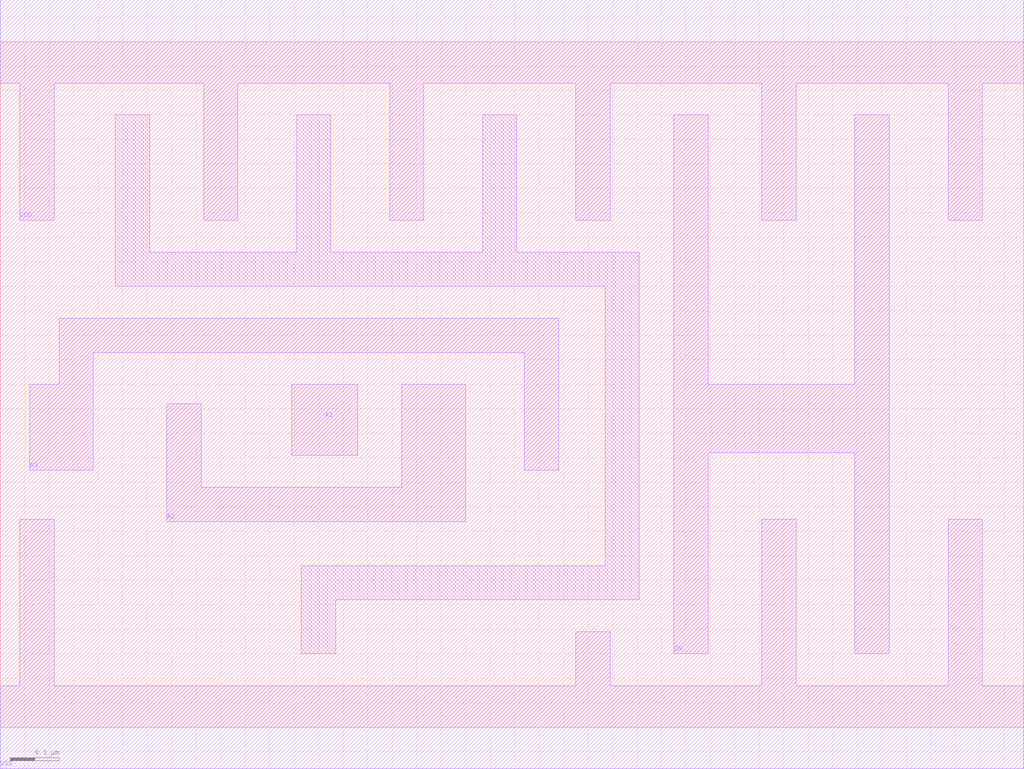
<source format=lef>
# 
# ******************************************************************************
# *                                                                            *
# *                   Copyright (C) 2004-2010, Nangate Inc.                    *
# *                           All rights reserved.                             *
# *                                                                            *
# * Nangate and the Nangate logo are trademarks of Nangate Inc.                *
# *                                                                            *
# * All trademarks, logos, software marks, and trade names (collectively the   *
# * "Marks") in this program are proprietary to Nangate or other respective    *
# * owners that have granted Nangate the right and license to use such Marks.  *
# * You are not permitted to use the Marks without the prior written consent   *
# * of Nangate or such third party that may own the Marks.                     *
# *                                                                            *
# * This file has been provided pursuant to a License Agreement containing     *
# * restrictions on its use. This file contains valuable trade secrets and     *
# * proprietary information of Nangate Inc., and is protected by U.S. and      *
# * international laws and/or treaties.                                        *
# *                                                                            *
# * The copyright notice(s) in this file does not indicate actual or intended  *
# * publication of this file.                                                  *
# *                                                                            *
# *     NGLibraryCreator, v2010.08-HR32-SP3-2010-08-05 - build 1009061800      *
# *                                                                            *
# ******************************************************************************
# 
# 
# Running on brazil06.nangate.com.br for user Giancarlo Franciscatto (gfr).
# Local time is now Fri, 3 Dec 2010, 19:32:18.
# Main process id is 27821.

VERSION 5.6 ;
BUSBITCHARS "[]" ;
DIVIDERCHAR "/" ;

MACRO AND3_X4
  CLASS core ;
  FOREIGN AND3_X4 0.0 0.0 ;
  ORIGIN 0 0 ;
  SYMMETRY X Y ;
  SITE FreePDK45_38x28_10R_NP_162NW_34O ;
  SIZE 2.09 BY 1.4 ;
  PIN A1
    DIRECTION INPUT ;
    ANTENNAPARTIALMETALAREA 0.019575 LAYER metal1 ;
    ANTENNAPARTIALMETALSIDEAREA 0.0728 LAYER metal1 ;
    ANTENNAGATEAREA 0.1045 ;
    PORT
      LAYER metal1 ;
        POLYGON 0.595 0.555 0.73 0.555 0.73 0.7 0.595 0.7  ;
    END
  END A1
  PIN A2
    DIRECTION INPUT ;
    ANTENNAPARTIALMETALAREA 0.0819 LAYER metal1 ;
    ANTENNAPARTIALMETALSIDEAREA 0.2756 LAYER metal1 ;
    ANTENNAGATEAREA 0.1045 ;
    PORT
      LAYER metal1 ;
        POLYGON 0.34 0.42 0.95 0.42 0.95 0.7 0.82 0.7 0.82 0.49 0.41 0.49 0.41 0.66 0.34 0.66  ;
    END
  END A2
  PIN A3
    DIRECTION INPUT ;
    ANTENNAPARTIALMETALAREA 0.1155 LAYER metal1 ;
    ANTENNAPARTIALMETALSIDEAREA 0.4238 LAYER metal1 ;
    ANTENNAGATEAREA 0.1045 ;
    PORT
      LAYER metal1 ;
        POLYGON 0.06 0.525 0.19 0.525 0.19 0.765 1.07 0.765 1.07 0.525 1.14 0.525 1.14 0.835 0.12 0.835 0.12 0.7 0.06 0.7  ;
    END
  END A3
  PIN ZN
    DIRECTION OUTPUT ;
    ANTENNAPARTIALMETALAREA 0.196 LAYER metal1 ;
    ANTENNAPARTIALMETALSIDEAREA 0.65 LAYER metal1 ;
    ANTENNADIFFAREA 0.2926 ;
    PORT
      LAYER metal1 ;
        POLYGON 1.375 0.15 1.445 0.15 1.445 0.56 1.745 0.56 1.745 0.15 1.815 0.15 1.815 1.25 1.745 1.25 1.745 0.7 1.445 0.7 1.445 1.25 1.375 1.25  ;
    END
  END ZN
  PIN VDD
    DIRECTION INOUT ;
    USE power ;
    SHAPE ABUTMENT ;
    PORT
      LAYER metal1 ;
        POLYGON 0 1.315 0.04 1.315 0.04 1.035 0.11 1.035 0.11 1.315 0.415 1.315 0.415 1.035 0.485 1.035 0.485 1.315 0.795 1.315 0.795 1.035 0.865 1.035 0.865 1.315 1.175 1.315 1.175 1.035 1.245 1.035 1.245 1.315 1.305 1.315 1.555 1.315 1.555 1.035 1.625 1.035 1.625 1.315 1.935 1.315 1.935 1.035 2.005 1.035 2.005 1.315 2.09 1.315 2.09 1.485 1.305 1.485 0 1.485  ;
    END
  END VDD
  PIN VSS
    DIRECTION INOUT ;
    USE ground ;
    SHAPE ABUTMENT ;
    PORT
      LAYER metal1 ;
        POLYGON 0 -0.085 2.09 -0.085 2.09 0.085 2.005 0.085 2.005 0.425 1.935 0.425 1.935 0.085 1.625 0.085 1.625 0.425 1.555 0.425 1.555 0.085 1.245 0.085 1.245 0.195 1.175 0.195 1.175 0.085 0.11 0.085 0.11 0.425 0.04 0.425 0.04 0.085 0 0.085  ;
    END
  END VSS
  OBS
      LAYER metal1 ;
        POLYGON 0.235 0.9 1.235 0.9 1.235 0.33 0.615 0.33 0.615 0.15 0.685 0.15 0.685 0.26 1.305 0.26 1.305 0.97 1.055 0.97 1.055 1.25 0.985 1.25 0.985 0.97 0.675 0.97 0.675 1.25 0.605 1.25 0.605 0.97 0.305 0.97 0.305 1.25 0.235 1.25  ;
  END
END AND3_X4

END LIBRARY
#
# End of file
#

</source>
